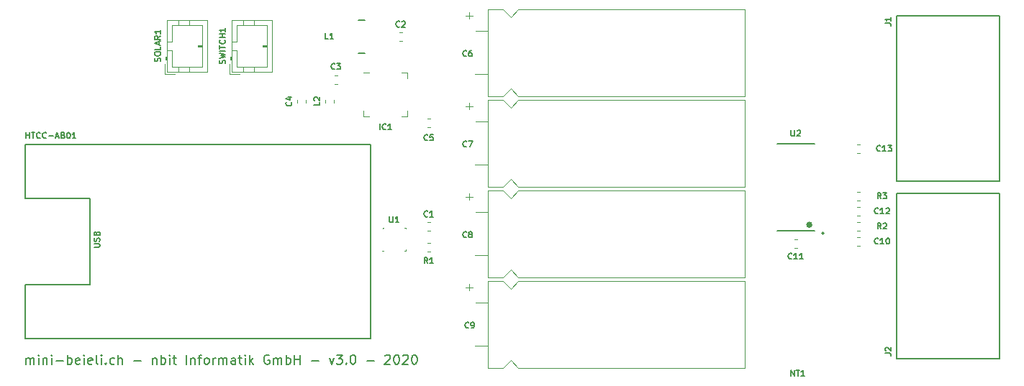
<source format=gto>
G04 #@! TF.GenerationSoftware,KiCad,Pcbnew,5.1.6-1.fc32*
G04 #@! TF.CreationDate,2020-09-08T16:35:37+02:00*
G04 #@! TF.ProjectId,mini-beieli-pcb-cubecell,6d696e69-2d62-4656-9965-6c692d706362,rev?*
G04 #@! TF.SameCoordinates,Original*
G04 #@! TF.FileFunction,Legend,Top*
G04 #@! TF.FilePolarity,Positive*
%FSLAX46Y46*%
G04 Gerber Fmt 4.6, Leading zero omitted, Abs format (unit mm)*
G04 Created by KiCad (PCBNEW 5.1.6-1.fc32) date 2020-09-08 16:35:37*
%MOMM*%
%LPD*%
G01*
G04 APERTURE LIST*
%ADD10C,0.200000*%
%ADD11C,0.127000*%
%ADD12C,0.100000*%
%ADD13C,0.120000*%
%ADD14C,0.300000*%
%ADD15C,0.152400*%
%ADD16C,0.150000*%
G04 APERTURE END LIST*
D10*
X42562952Y-77967619D02*
X42562952Y-77234285D01*
X42562952Y-77339047D02*
X42615333Y-77286666D01*
X42720095Y-77234285D01*
X42877238Y-77234285D01*
X42982000Y-77286666D01*
X43034380Y-77391428D01*
X43034380Y-77967619D01*
X43034380Y-77391428D02*
X43086761Y-77286666D01*
X43191523Y-77234285D01*
X43348666Y-77234285D01*
X43453428Y-77286666D01*
X43505809Y-77391428D01*
X43505809Y-77967619D01*
X44029619Y-77967619D02*
X44029619Y-77234285D01*
X44029619Y-76867619D02*
X43977238Y-76920000D01*
X44029619Y-76972380D01*
X44082000Y-76920000D01*
X44029619Y-76867619D01*
X44029619Y-76972380D01*
X44553428Y-77234285D02*
X44553428Y-77967619D01*
X44553428Y-77339047D02*
X44605809Y-77286666D01*
X44710571Y-77234285D01*
X44867714Y-77234285D01*
X44972476Y-77286666D01*
X45024857Y-77391428D01*
X45024857Y-77967619D01*
X45548666Y-77967619D02*
X45548666Y-77234285D01*
X45548666Y-76867619D02*
X45496285Y-76920000D01*
X45548666Y-76972380D01*
X45601047Y-76920000D01*
X45548666Y-76867619D01*
X45548666Y-76972380D01*
X46072476Y-77548571D02*
X46910571Y-77548571D01*
X47434380Y-77967619D02*
X47434380Y-76867619D01*
X47434380Y-77286666D02*
X47539142Y-77234285D01*
X47748666Y-77234285D01*
X47853428Y-77286666D01*
X47905809Y-77339047D01*
X47958190Y-77443809D01*
X47958190Y-77758095D01*
X47905809Y-77862857D01*
X47853428Y-77915238D01*
X47748666Y-77967619D01*
X47539142Y-77967619D01*
X47434380Y-77915238D01*
X48848666Y-77915238D02*
X48743904Y-77967619D01*
X48534380Y-77967619D01*
X48429619Y-77915238D01*
X48377238Y-77810476D01*
X48377238Y-77391428D01*
X48429619Y-77286666D01*
X48534380Y-77234285D01*
X48743904Y-77234285D01*
X48848666Y-77286666D01*
X48901047Y-77391428D01*
X48901047Y-77496190D01*
X48377238Y-77600952D01*
X49372476Y-77967619D02*
X49372476Y-77234285D01*
X49372476Y-76867619D02*
X49320095Y-76920000D01*
X49372476Y-76972380D01*
X49424857Y-76920000D01*
X49372476Y-76867619D01*
X49372476Y-76972380D01*
X50315333Y-77915238D02*
X50210571Y-77967619D01*
X50001047Y-77967619D01*
X49896285Y-77915238D01*
X49843904Y-77810476D01*
X49843904Y-77391428D01*
X49896285Y-77286666D01*
X50001047Y-77234285D01*
X50210571Y-77234285D01*
X50315333Y-77286666D01*
X50367714Y-77391428D01*
X50367714Y-77496190D01*
X49843904Y-77600952D01*
X50996285Y-77967619D02*
X50891523Y-77915238D01*
X50839142Y-77810476D01*
X50839142Y-76867619D01*
X51415333Y-77967619D02*
X51415333Y-77234285D01*
X51415333Y-76867619D02*
X51362952Y-76920000D01*
X51415333Y-76972380D01*
X51467714Y-76920000D01*
X51415333Y-76867619D01*
X51415333Y-76972380D01*
X51939142Y-77862857D02*
X51991523Y-77915238D01*
X51939142Y-77967619D01*
X51886761Y-77915238D01*
X51939142Y-77862857D01*
X51939142Y-77967619D01*
X52934380Y-77915238D02*
X52829619Y-77967619D01*
X52620095Y-77967619D01*
X52515333Y-77915238D01*
X52462952Y-77862857D01*
X52410571Y-77758095D01*
X52410571Y-77443809D01*
X52462952Y-77339047D01*
X52515333Y-77286666D01*
X52620095Y-77234285D01*
X52829619Y-77234285D01*
X52934380Y-77286666D01*
X53405809Y-77967619D02*
X53405809Y-76867619D01*
X53877238Y-77967619D02*
X53877238Y-77391428D01*
X53824857Y-77286666D01*
X53720095Y-77234285D01*
X53562952Y-77234285D01*
X53458190Y-77286666D01*
X53405809Y-77339047D01*
X55239142Y-77548571D02*
X56077238Y-77548571D01*
X57439142Y-77234285D02*
X57439142Y-77967619D01*
X57439142Y-77339047D02*
X57491523Y-77286666D01*
X57596285Y-77234285D01*
X57753428Y-77234285D01*
X57858190Y-77286666D01*
X57910571Y-77391428D01*
X57910571Y-77967619D01*
X58434380Y-77967619D02*
X58434380Y-76867619D01*
X58434380Y-77286666D02*
X58539142Y-77234285D01*
X58748666Y-77234285D01*
X58853428Y-77286666D01*
X58905809Y-77339047D01*
X58958190Y-77443809D01*
X58958190Y-77758095D01*
X58905809Y-77862857D01*
X58853428Y-77915238D01*
X58748666Y-77967619D01*
X58539142Y-77967619D01*
X58434380Y-77915238D01*
X59429619Y-77967619D02*
X59429619Y-77234285D01*
X59429619Y-76867619D02*
X59377238Y-76920000D01*
X59429619Y-76972380D01*
X59482000Y-76920000D01*
X59429619Y-76867619D01*
X59429619Y-76972380D01*
X59796285Y-77234285D02*
X60215333Y-77234285D01*
X59953428Y-76867619D02*
X59953428Y-77810476D01*
X60005809Y-77915238D01*
X60110571Y-77967619D01*
X60215333Y-77967619D01*
X61420095Y-77967619D02*
X61420095Y-76867619D01*
X61943904Y-77234285D02*
X61943904Y-77967619D01*
X61943904Y-77339047D02*
X61996285Y-77286666D01*
X62101047Y-77234285D01*
X62258190Y-77234285D01*
X62362952Y-77286666D01*
X62415333Y-77391428D01*
X62415333Y-77967619D01*
X62782000Y-77234285D02*
X63201047Y-77234285D01*
X62939142Y-77967619D02*
X62939142Y-77024761D01*
X62991523Y-76920000D01*
X63096285Y-76867619D01*
X63201047Y-76867619D01*
X63724857Y-77967619D02*
X63620095Y-77915238D01*
X63567714Y-77862857D01*
X63515333Y-77758095D01*
X63515333Y-77443809D01*
X63567714Y-77339047D01*
X63620095Y-77286666D01*
X63724857Y-77234285D01*
X63882000Y-77234285D01*
X63986761Y-77286666D01*
X64039142Y-77339047D01*
X64091523Y-77443809D01*
X64091523Y-77758095D01*
X64039142Y-77862857D01*
X63986761Y-77915238D01*
X63882000Y-77967619D01*
X63724857Y-77967619D01*
X64562952Y-77967619D02*
X64562952Y-77234285D01*
X64562952Y-77443809D02*
X64615333Y-77339047D01*
X64667714Y-77286666D01*
X64772476Y-77234285D01*
X64877238Y-77234285D01*
X65243904Y-77967619D02*
X65243904Y-77234285D01*
X65243904Y-77339047D02*
X65296285Y-77286666D01*
X65401047Y-77234285D01*
X65558190Y-77234285D01*
X65662952Y-77286666D01*
X65715333Y-77391428D01*
X65715333Y-77967619D01*
X65715333Y-77391428D02*
X65767714Y-77286666D01*
X65872476Y-77234285D01*
X66029619Y-77234285D01*
X66134380Y-77286666D01*
X66186761Y-77391428D01*
X66186761Y-77967619D01*
X67182000Y-77967619D02*
X67182000Y-77391428D01*
X67129619Y-77286666D01*
X67024857Y-77234285D01*
X66815333Y-77234285D01*
X66710571Y-77286666D01*
X67182000Y-77915238D02*
X67077238Y-77967619D01*
X66815333Y-77967619D01*
X66710571Y-77915238D01*
X66658190Y-77810476D01*
X66658190Y-77705714D01*
X66710571Y-77600952D01*
X66815333Y-77548571D01*
X67077238Y-77548571D01*
X67182000Y-77496190D01*
X67548666Y-77234285D02*
X67967714Y-77234285D01*
X67705809Y-76867619D02*
X67705809Y-77810476D01*
X67758190Y-77915238D01*
X67862952Y-77967619D01*
X67967714Y-77967619D01*
X68334380Y-77967619D02*
X68334380Y-77234285D01*
X68334380Y-76867619D02*
X68282000Y-76920000D01*
X68334380Y-76972380D01*
X68386761Y-76920000D01*
X68334380Y-76867619D01*
X68334380Y-76972380D01*
X68858190Y-77967619D02*
X68858190Y-76867619D01*
X68962952Y-77548571D02*
X69277238Y-77967619D01*
X69277238Y-77234285D02*
X68858190Y-77653333D01*
X71162952Y-76920000D02*
X71058190Y-76867619D01*
X70901047Y-76867619D01*
X70743904Y-76920000D01*
X70639142Y-77024761D01*
X70586761Y-77129523D01*
X70534380Y-77339047D01*
X70534380Y-77496190D01*
X70586761Y-77705714D01*
X70639142Y-77810476D01*
X70743904Y-77915238D01*
X70901047Y-77967619D01*
X71005809Y-77967619D01*
X71162952Y-77915238D01*
X71215333Y-77862857D01*
X71215333Y-77496190D01*
X71005809Y-77496190D01*
X71686761Y-77967619D02*
X71686761Y-77234285D01*
X71686761Y-77339047D02*
X71739142Y-77286666D01*
X71843904Y-77234285D01*
X72001047Y-77234285D01*
X72105809Y-77286666D01*
X72158190Y-77391428D01*
X72158190Y-77967619D01*
X72158190Y-77391428D02*
X72210571Y-77286666D01*
X72315333Y-77234285D01*
X72472476Y-77234285D01*
X72577238Y-77286666D01*
X72629619Y-77391428D01*
X72629619Y-77967619D01*
X73153428Y-77967619D02*
X73153428Y-76867619D01*
X73153428Y-77286666D02*
X73258190Y-77234285D01*
X73467714Y-77234285D01*
X73572476Y-77286666D01*
X73624857Y-77339047D01*
X73677238Y-77443809D01*
X73677238Y-77758095D01*
X73624857Y-77862857D01*
X73572476Y-77915238D01*
X73467714Y-77967619D01*
X73258190Y-77967619D01*
X73153428Y-77915238D01*
X74148666Y-77967619D02*
X74148666Y-76867619D01*
X74148666Y-77391428D02*
X74777238Y-77391428D01*
X74777238Y-77967619D02*
X74777238Y-76867619D01*
X76139142Y-77548571D02*
X76977238Y-77548571D01*
X78234380Y-77234285D02*
X78496285Y-77967619D01*
X78758190Y-77234285D01*
X79072476Y-76867619D02*
X79753428Y-76867619D01*
X79386761Y-77286666D01*
X79543904Y-77286666D01*
X79648666Y-77339047D01*
X79701047Y-77391428D01*
X79753428Y-77496190D01*
X79753428Y-77758095D01*
X79701047Y-77862857D01*
X79648666Y-77915238D01*
X79543904Y-77967619D01*
X79229619Y-77967619D01*
X79124857Y-77915238D01*
X79072476Y-77862857D01*
X80224857Y-77862857D02*
X80277238Y-77915238D01*
X80224857Y-77967619D01*
X80172476Y-77915238D01*
X80224857Y-77862857D01*
X80224857Y-77967619D01*
X80958190Y-76867619D02*
X81062952Y-76867619D01*
X81167714Y-76920000D01*
X81220095Y-76972380D01*
X81272476Y-77077142D01*
X81324857Y-77286666D01*
X81324857Y-77548571D01*
X81272476Y-77758095D01*
X81220095Y-77862857D01*
X81167714Y-77915238D01*
X81062952Y-77967619D01*
X80958190Y-77967619D01*
X80853428Y-77915238D01*
X80801047Y-77862857D01*
X80748666Y-77758095D01*
X80696285Y-77548571D01*
X80696285Y-77286666D01*
X80748666Y-77077142D01*
X80801047Y-76972380D01*
X80853428Y-76920000D01*
X80958190Y-76867619D01*
X82634380Y-77548571D02*
X83472476Y-77548571D01*
X84782000Y-76972380D02*
X84834380Y-76920000D01*
X84939142Y-76867619D01*
X85201047Y-76867619D01*
X85305809Y-76920000D01*
X85358190Y-76972380D01*
X85410571Y-77077142D01*
X85410571Y-77181904D01*
X85358190Y-77339047D01*
X84729619Y-77967619D01*
X85410571Y-77967619D01*
X86091523Y-76867619D02*
X86196285Y-76867619D01*
X86301047Y-76920000D01*
X86353428Y-76972380D01*
X86405809Y-77077142D01*
X86458190Y-77286666D01*
X86458190Y-77548571D01*
X86405809Y-77758095D01*
X86353428Y-77862857D01*
X86301047Y-77915238D01*
X86196285Y-77967619D01*
X86091523Y-77967619D01*
X85986761Y-77915238D01*
X85934380Y-77862857D01*
X85882000Y-77758095D01*
X85829619Y-77548571D01*
X85829619Y-77286666D01*
X85882000Y-77077142D01*
X85934380Y-76972380D01*
X85986761Y-76920000D01*
X86091523Y-76867619D01*
X86877238Y-76972380D02*
X86929619Y-76920000D01*
X87034380Y-76867619D01*
X87296285Y-76867619D01*
X87401047Y-76920000D01*
X87453428Y-76972380D01*
X87505809Y-77077142D01*
X87505809Y-77181904D01*
X87453428Y-77339047D01*
X86824857Y-77967619D01*
X87505809Y-77967619D01*
X88186761Y-76867619D02*
X88291523Y-76867619D01*
X88396285Y-76920000D01*
X88448666Y-76972380D01*
X88501047Y-77077142D01*
X88553428Y-77286666D01*
X88553428Y-77548571D01*
X88501047Y-77758095D01*
X88448666Y-77862857D01*
X88396285Y-77915238D01*
X88291523Y-77967619D01*
X88186761Y-77967619D01*
X88082000Y-77915238D01*
X88029619Y-77862857D01*
X87977238Y-77758095D01*
X87924857Y-77548571D01*
X87924857Y-77286666D01*
X87977238Y-77077142D01*
X88029619Y-76972380D01*
X88082000Y-76920000D01*
X88186761Y-76867619D01*
D11*
X83058000Y-74930000D02*
X83058000Y-52070000D01*
X83058000Y-52070000D02*
X42418000Y-52070000D01*
X42418000Y-68580000D02*
X42418000Y-74930000D01*
X42418000Y-58420000D02*
X50038000Y-58420000D01*
X50038000Y-58420000D02*
X50038000Y-68580000D01*
X42418000Y-74930000D02*
X83058000Y-74930000D01*
X50038000Y-68580000D02*
X42418000Y-68580000D01*
X42418000Y-52070000D02*
X42418000Y-58420000D01*
X144995000Y-57865000D02*
X157045000Y-57865000D01*
X144995000Y-77365000D02*
X144995000Y-57865000D01*
X157045000Y-77365000D02*
X144995000Y-77365000D01*
X157045000Y-57865000D02*
X157045000Y-77365000D01*
D12*
X87212000Y-64596000D02*
X87212000Y-64446000D01*
X87202000Y-64596000D02*
X87052000Y-64596000D01*
X87202000Y-61896000D02*
X87052000Y-61896000D01*
X87202000Y-61896000D02*
X87202000Y-62046000D01*
X84502000Y-62046000D02*
X84502000Y-61896000D01*
X84502000Y-61896000D02*
X84652000Y-61896000D01*
X84652000Y-64596000D02*
X84402000Y-64596000D01*
D13*
X89753221Y-63722000D02*
X90078779Y-63722000D01*
X89753221Y-64742000D02*
X90078779Y-64742000D01*
X89753221Y-61212000D02*
X90078779Y-61212000D01*
X89753221Y-62232000D02*
X90078779Y-62232000D01*
X94280000Y-68906000D02*
X95080000Y-68906000D01*
X94680000Y-68506000D02*
X94680000Y-69306000D01*
X96860000Y-68186000D02*
X96860000Y-78426000D01*
X127100000Y-68186000D02*
X127100000Y-78426000D01*
X96860000Y-68186000D02*
X98660000Y-68186000D01*
X98660000Y-68186000D02*
X99560000Y-69086000D01*
X99560000Y-69086000D02*
X100460000Y-68186000D01*
X100460000Y-68186000D02*
X127100000Y-68186000D01*
X96860000Y-78426000D02*
X98660000Y-78426000D01*
X98660000Y-78426000D02*
X99560000Y-77526000D01*
X99560000Y-77526000D02*
X100460000Y-78426000D01*
X100460000Y-78426000D02*
X127100000Y-78426000D01*
X95420000Y-70766000D02*
X96860000Y-70766000D01*
X95400000Y-75846000D02*
X96840000Y-75846000D01*
X94280000Y-58238000D02*
X95080000Y-58238000D01*
X94680000Y-57838000D02*
X94680000Y-58638000D01*
X96860000Y-57518000D02*
X96860000Y-67758000D01*
X127100000Y-57518000D02*
X127100000Y-67758000D01*
X96860000Y-57518000D02*
X98660000Y-57518000D01*
X98660000Y-57518000D02*
X99560000Y-58418000D01*
X99560000Y-58418000D02*
X100460000Y-57518000D01*
X100460000Y-57518000D02*
X127100000Y-57518000D01*
X96860000Y-67758000D02*
X98660000Y-67758000D01*
X98660000Y-67758000D02*
X99560000Y-66858000D01*
X99560000Y-66858000D02*
X100460000Y-67758000D01*
X100460000Y-67758000D02*
X127100000Y-67758000D01*
X95420000Y-60098000D02*
X96860000Y-60098000D01*
X95400000Y-65178000D02*
X96840000Y-65178000D01*
X94280000Y-47570000D02*
X95080000Y-47570000D01*
X94680000Y-47170000D02*
X94680000Y-47970000D01*
X96860000Y-46850000D02*
X96860000Y-57090000D01*
X127100000Y-46850000D02*
X127100000Y-57090000D01*
X96860000Y-46850000D02*
X98660000Y-46850000D01*
X98660000Y-46850000D02*
X99560000Y-47750000D01*
X99560000Y-47750000D02*
X100460000Y-46850000D01*
X100460000Y-46850000D02*
X127100000Y-46850000D01*
X96860000Y-57090000D02*
X98660000Y-57090000D01*
X98660000Y-57090000D02*
X99560000Y-56190000D01*
X99560000Y-56190000D02*
X100460000Y-57090000D01*
X100460000Y-57090000D02*
X127100000Y-57090000D01*
X95420000Y-49430000D02*
X96860000Y-49430000D01*
X95400000Y-54510000D02*
X96840000Y-54510000D01*
X94280000Y-36902000D02*
X95080000Y-36902000D01*
X94680000Y-36502000D02*
X94680000Y-37302000D01*
X96860000Y-36182000D02*
X96860000Y-46422000D01*
X127100000Y-36182000D02*
X127100000Y-46422000D01*
X96860000Y-36182000D02*
X98660000Y-36182000D01*
X98660000Y-36182000D02*
X99560000Y-37082000D01*
X99560000Y-37082000D02*
X100460000Y-36182000D01*
X100460000Y-36182000D02*
X127100000Y-36182000D01*
X96860000Y-46422000D02*
X98660000Y-46422000D01*
X98660000Y-46422000D02*
X99560000Y-45522000D01*
X99560000Y-45522000D02*
X100460000Y-46422000D01*
X100460000Y-46422000D02*
X127100000Y-46422000D01*
X95420000Y-38762000D02*
X96860000Y-38762000D01*
X95400000Y-43842000D02*
X96840000Y-43842000D01*
X77722000Y-47152779D02*
X77722000Y-46827221D01*
X78742000Y-47152779D02*
X78742000Y-46827221D01*
D11*
X82442000Y-41320000D02*
X81642000Y-41320000D01*
X82442000Y-37420000D02*
X81642000Y-37420000D01*
D14*
X134896000Y-61550000D02*
G75*
G03*
X134896000Y-61550000I-200000J0D01*
G01*
D10*
X136396000Y-62550000D02*
G75*
G03*
X136396000Y-62550000I-100000J0D01*
G01*
X130896000Y-52000000D02*
X135296000Y-52000000D01*
X135296000Y-62300000D02*
X130896000Y-62300000D01*
D13*
X66770000Y-43540000D02*
X71490000Y-43540000D01*
X71490000Y-43540000D02*
X71490000Y-37420000D01*
X71490000Y-37420000D02*
X66770000Y-37420000D01*
X66770000Y-37420000D02*
X66770000Y-43540000D01*
X66770000Y-41780000D02*
X66570000Y-41780000D01*
X66570000Y-41780000D02*
X66570000Y-42080000D01*
X66570000Y-42080000D02*
X66770000Y-42080000D01*
X66670000Y-41780000D02*
X66670000Y-42080000D01*
X66770000Y-40980000D02*
X67380000Y-40980000D01*
X67380000Y-40980000D02*
X67380000Y-42930000D01*
X67380000Y-42930000D02*
X70880000Y-42930000D01*
X70880000Y-42930000D02*
X70880000Y-38030000D01*
X70880000Y-38030000D02*
X67380000Y-38030000D01*
X67380000Y-38030000D02*
X67380000Y-39980000D01*
X67380000Y-39980000D02*
X66770000Y-39980000D01*
X68080000Y-43540000D02*
X68080000Y-42930000D01*
X69380000Y-43540000D02*
X69380000Y-42930000D01*
X68080000Y-37420000D02*
X68080000Y-38030000D01*
X69380000Y-37420000D02*
X69380000Y-38030000D01*
X70880000Y-40580000D02*
X70380000Y-40580000D01*
X70380000Y-40580000D02*
X70380000Y-40380000D01*
X70380000Y-40380000D02*
X70880000Y-40380000D01*
X70880000Y-40480000D02*
X70380000Y-40480000D01*
X66470000Y-42590000D02*
X66470000Y-43840000D01*
X66470000Y-43840000D02*
X67720000Y-43840000D01*
X59150000Y-43540000D02*
X63870000Y-43540000D01*
X63870000Y-43540000D02*
X63870000Y-37420000D01*
X63870000Y-37420000D02*
X59150000Y-37420000D01*
X59150000Y-37420000D02*
X59150000Y-43540000D01*
X59150000Y-41780000D02*
X58950000Y-41780000D01*
X58950000Y-41780000D02*
X58950000Y-42080000D01*
X58950000Y-42080000D02*
X59150000Y-42080000D01*
X59050000Y-41780000D02*
X59050000Y-42080000D01*
X59150000Y-40980000D02*
X59760000Y-40980000D01*
X59760000Y-40980000D02*
X59760000Y-42930000D01*
X59760000Y-42930000D02*
X63260000Y-42930000D01*
X63260000Y-42930000D02*
X63260000Y-38030000D01*
X63260000Y-38030000D02*
X59760000Y-38030000D01*
X59760000Y-38030000D02*
X59760000Y-39980000D01*
X59760000Y-39980000D02*
X59150000Y-39980000D01*
X60460000Y-43540000D02*
X60460000Y-42930000D01*
X61760000Y-43540000D02*
X61760000Y-42930000D01*
X60460000Y-37420000D02*
X60460000Y-38030000D01*
X61760000Y-37420000D02*
X61760000Y-38030000D01*
X63260000Y-40580000D02*
X62760000Y-40580000D01*
X62760000Y-40580000D02*
X62760000Y-40380000D01*
X62760000Y-40380000D02*
X63260000Y-40380000D01*
X63260000Y-40480000D02*
X62760000Y-40480000D01*
X58850000Y-42590000D02*
X58850000Y-43840000D01*
X58850000Y-43840000D02*
X60100000Y-43840000D01*
X140299221Y-57656000D02*
X140624779Y-57656000D01*
X140299221Y-58676000D02*
X140624779Y-58676000D01*
X140299221Y-61212000D02*
X140624779Y-61212000D01*
X140299221Y-62232000D02*
X140624779Y-62232000D01*
D11*
X144995000Y-36910000D02*
X157045000Y-36910000D01*
X144995000Y-56410000D02*
X144995000Y-36910000D01*
X157045000Y-56410000D02*
X144995000Y-56410000D01*
X157045000Y-36910000D02*
X157045000Y-56410000D01*
D13*
X86721000Y-43618000D02*
X87446000Y-43618000D01*
X87446000Y-43618000D02*
X87446000Y-44343000D01*
X82951000Y-48838000D02*
X82226000Y-48838000D01*
X82226000Y-48838000D02*
X82226000Y-48113000D01*
X86721000Y-48838000D02*
X87446000Y-48838000D01*
X87446000Y-48838000D02*
X87446000Y-48113000D01*
X82951000Y-43618000D02*
X82226000Y-43618000D01*
X140299221Y-52068000D02*
X140624779Y-52068000D01*
X140299221Y-53088000D02*
X140624779Y-53088000D01*
X140299221Y-59434000D02*
X140624779Y-59434000D01*
X140299221Y-60454000D02*
X140624779Y-60454000D01*
X132933221Y-63244000D02*
X133258779Y-63244000D01*
X132933221Y-64264000D02*
X133258779Y-64264000D01*
X140299221Y-62990000D02*
X140624779Y-62990000D01*
X140299221Y-64010000D02*
X140624779Y-64010000D01*
X89753221Y-49020000D02*
X90078779Y-49020000D01*
X89753221Y-50040000D02*
X90078779Y-50040000D01*
X74420000Y-47152779D02*
X74420000Y-46827221D01*
X75440000Y-47152779D02*
X75440000Y-46827221D01*
X79156779Y-44960000D02*
X78831221Y-44960000D01*
X79156779Y-43940000D02*
X78831221Y-43940000D01*
X86451221Y-38860000D02*
X86776779Y-38860000D01*
X86451221Y-39880000D02*
X86776779Y-39880000D01*
D11*
X42549333Y-51370666D02*
X42549333Y-50670666D01*
X42549333Y-51004000D02*
X42949333Y-51004000D01*
X42949333Y-51370666D02*
X42949333Y-50670666D01*
X43182666Y-50670666D02*
X43582666Y-50670666D01*
X43382666Y-51370666D02*
X43382666Y-50670666D01*
X44216000Y-51304000D02*
X44182666Y-51337333D01*
X44082666Y-51370666D01*
X44016000Y-51370666D01*
X43916000Y-51337333D01*
X43849333Y-51270666D01*
X43816000Y-51204000D01*
X43782666Y-51070666D01*
X43782666Y-50970666D01*
X43816000Y-50837333D01*
X43849333Y-50770666D01*
X43916000Y-50704000D01*
X44016000Y-50670666D01*
X44082666Y-50670666D01*
X44182666Y-50704000D01*
X44216000Y-50737333D01*
X44916000Y-51304000D02*
X44882666Y-51337333D01*
X44782666Y-51370666D01*
X44716000Y-51370666D01*
X44616000Y-51337333D01*
X44549333Y-51270666D01*
X44516000Y-51204000D01*
X44482666Y-51070666D01*
X44482666Y-50970666D01*
X44516000Y-50837333D01*
X44549333Y-50770666D01*
X44616000Y-50704000D01*
X44716000Y-50670666D01*
X44782666Y-50670666D01*
X44882666Y-50704000D01*
X44916000Y-50737333D01*
X45216000Y-51104000D02*
X45749333Y-51104000D01*
X46049333Y-51170666D02*
X46382666Y-51170666D01*
X45982666Y-51370666D02*
X46216000Y-50670666D01*
X46449333Y-51370666D01*
X46916000Y-51004000D02*
X47016000Y-51037333D01*
X47049333Y-51070666D01*
X47082666Y-51137333D01*
X47082666Y-51237333D01*
X47049333Y-51304000D01*
X47016000Y-51337333D01*
X46949333Y-51370666D01*
X46682666Y-51370666D01*
X46682666Y-50670666D01*
X46916000Y-50670666D01*
X46982666Y-50704000D01*
X47016000Y-50737333D01*
X47049333Y-50804000D01*
X47049333Y-50870666D01*
X47016000Y-50937333D01*
X46982666Y-50970666D01*
X46916000Y-51004000D01*
X46682666Y-51004000D01*
X47516000Y-50670666D02*
X47582666Y-50670666D01*
X47649333Y-50704000D01*
X47682666Y-50737333D01*
X47716000Y-50804000D01*
X47749333Y-50937333D01*
X47749333Y-51104000D01*
X47716000Y-51237333D01*
X47682666Y-51304000D01*
X47649333Y-51337333D01*
X47582666Y-51370666D01*
X47516000Y-51370666D01*
X47449333Y-51337333D01*
X47416000Y-51304000D01*
X47382666Y-51237333D01*
X47349333Y-51104000D01*
X47349333Y-50937333D01*
X47382666Y-50804000D01*
X47416000Y-50737333D01*
X47449333Y-50704000D01*
X47516000Y-50670666D01*
X48416000Y-51370666D02*
X48016000Y-51370666D01*
X48216000Y-51370666D02*
X48216000Y-50670666D01*
X48149333Y-50770666D01*
X48082666Y-50837333D01*
X48016000Y-50870666D01*
D15*
X50538666Y-64188333D02*
X51105333Y-64188333D01*
X51172000Y-64155000D01*
X51205333Y-64121666D01*
X51238666Y-64055000D01*
X51238666Y-63921666D01*
X51205333Y-63855000D01*
X51172000Y-63821666D01*
X51105333Y-63788333D01*
X50538666Y-63788333D01*
X51205333Y-63488333D02*
X51238666Y-63388333D01*
X51238666Y-63221666D01*
X51205333Y-63155000D01*
X51172000Y-63121666D01*
X51105333Y-63088333D01*
X51038666Y-63088333D01*
X50972000Y-63121666D01*
X50938666Y-63155000D01*
X50905333Y-63221666D01*
X50872000Y-63355000D01*
X50838666Y-63421666D01*
X50805333Y-63455000D01*
X50738666Y-63488333D01*
X50672000Y-63488333D01*
X50605333Y-63455000D01*
X50572000Y-63421666D01*
X50538666Y-63355000D01*
X50538666Y-63188333D01*
X50572000Y-63088333D01*
X50872000Y-62555000D02*
X50905333Y-62455000D01*
X50938666Y-62421666D01*
X51005333Y-62388333D01*
X51105333Y-62388333D01*
X51172000Y-62421666D01*
X51205333Y-62455000D01*
X51238666Y-62521666D01*
X51238666Y-62788333D01*
X50538666Y-62788333D01*
X50538666Y-62555000D01*
X50572000Y-62488333D01*
X50605333Y-62455000D01*
X50672000Y-62421666D01*
X50738666Y-62421666D01*
X50805333Y-62455000D01*
X50838666Y-62488333D01*
X50872000Y-62555000D01*
X50872000Y-62788333D01*
D16*
X143634666Y-76687333D02*
X144134666Y-76687333D01*
X144234666Y-76720666D01*
X144301333Y-76787333D01*
X144334666Y-76887333D01*
X144334666Y-76954000D01*
X143701333Y-76387333D02*
X143668000Y-76354000D01*
X143634666Y-76287333D01*
X143634666Y-76120666D01*
X143668000Y-76054000D01*
X143701333Y-76020666D01*
X143768000Y-75987333D01*
X143834666Y-75987333D01*
X143934666Y-76020666D01*
X144334666Y-76420666D01*
X144334666Y-75987333D01*
X85318666Y-60576666D02*
X85318666Y-61143333D01*
X85352000Y-61210000D01*
X85385333Y-61243333D01*
X85452000Y-61276666D01*
X85585333Y-61276666D01*
X85652000Y-61243333D01*
X85685333Y-61210000D01*
X85718666Y-61143333D01*
X85718666Y-60576666D01*
X86418666Y-61276666D02*
X86018666Y-61276666D01*
X86218666Y-61276666D02*
X86218666Y-60576666D01*
X86152000Y-60676666D01*
X86085333Y-60743333D01*
X86018666Y-60776666D01*
X89799333Y-66102666D02*
X89566000Y-65769333D01*
X89399333Y-66102666D02*
X89399333Y-65402666D01*
X89666000Y-65402666D01*
X89732666Y-65436000D01*
X89766000Y-65469333D01*
X89799333Y-65536000D01*
X89799333Y-65636000D01*
X89766000Y-65702666D01*
X89732666Y-65736000D01*
X89666000Y-65769333D01*
X89399333Y-65769333D01*
X90466000Y-66102666D02*
X90066000Y-66102666D01*
X90266000Y-66102666D02*
X90266000Y-65402666D01*
X90199333Y-65502666D01*
X90132666Y-65569333D01*
X90066000Y-65602666D01*
X89799333Y-60542000D02*
X89766000Y-60575333D01*
X89666000Y-60608666D01*
X89599333Y-60608666D01*
X89499333Y-60575333D01*
X89432666Y-60508666D01*
X89399333Y-60442000D01*
X89366000Y-60308666D01*
X89366000Y-60208666D01*
X89399333Y-60075333D01*
X89432666Y-60008666D01*
X89499333Y-59942000D01*
X89599333Y-59908666D01*
X89666000Y-59908666D01*
X89766000Y-59942000D01*
X89799333Y-59975333D01*
X90466000Y-60608666D02*
X90066000Y-60608666D01*
X90266000Y-60608666D02*
X90266000Y-59908666D01*
X90199333Y-60008666D01*
X90132666Y-60075333D01*
X90066000Y-60108666D01*
X94625333Y-73656000D02*
X94592000Y-73689333D01*
X94492000Y-73722666D01*
X94425333Y-73722666D01*
X94325333Y-73689333D01*
X94258666Y-73622666D01*
X94225333Y-73556000D01*
X94192000Y-73422666D01*
X94192000Y-73322666D01*
X94225333Y-73189333D01*
X94258666Y-73122666D01*
X94325333Y-73056000D01*
X94425333Y-73022666D01*
X94492000Y-73022666D01*
X94592000Y-73056000D01*
X94625333Y-73089333D01*
X94958666Y-73722666D02*
X95092000Y-73722666D01*
X95158666Y-73689333D01*
X95192000Y-73656000D01*
X95258666Y-73556000D01*
X95292000Y-73422666D01*
X95292000Y-73156000D01*
X95258666Y-73089333D01*
X95225333Y-73056000D01*
X95158666Y-73022666D01*
X95025333Y-73022666D01*
X94958666Y-73056000D01*
X94925333Y-73089333D01*
X94892000Y-73156000D01*
X94892000Y-73322666D01*
X94925333Y-73389333D01*
X94958666Y-73422666D01*
X95025333Y-73456000D01*
X95158666Y-73456000D01*
X95225333Y-73422666D01*
X95258666Y-73389333D01*
X95292000Y-73322666D01*
X94371333Y-62988000D02*
X94338000Y-63021333D01*
X94238000Y-63054666D01*
X94171333Y-63054666D01*
X94071333Y-63021333D01*
X94004666Y-62954666D01*
X93971333Y-62888000D01*
X93938000Y-62754666D01*
X93938000Y-62654666D01*
X93971333Y-62521333D01*
X94004666Y-62454666D01*
X94071333Y-62388000D01*
X94171333Y-62354666D01*
X94238000Y-62354666D01*
X94338000Y-62388000D01*
X94371333Y-62421333D01*
X94771333Y-62654666D02*
X94704666Y-62621333D01*
X94671333Y-62588000D01*
X94638000Y-62521333D01*
X94638000Y-62488000D01*
X94671333Y-62421333D01*
X94704666Y-62388000D01*
X94771333Y-62354666D01*
X94904666Y-62354666D01*
X94971333Y-62388000D01*
X95004666Y-62421333D01*
X95038000Y-62488000D01*
X95038000Y-62521333D01*
X95004666Y-62588000D01*
X94971333Y-62621333D01*
X94904666Y-62654666D01*
X94771333Y-62654666D01*
X94704666Y-62688000D01*
X94671333Y-62721333D01*
X94638000Y-62788000D01*
X94638000Y-62921333D01*
X94671333Y-62988000D01*
X94704666Y-63021333D01*
X94771333Y-63054666D01*
X94904666Y-63054666D01*
X94971333Y-63021333D01*
X95004666Y-62988000D01*
X95038000Y-62921333D01*
X95038000Y-62788000D01*
X95004666Y-62721333D01*
X94971333Y-62688000D01*
X94904666Y-62654666D01*
X94371333Y-52320000D02*
X94338000Y-52353333D01*
X94238000Y-52386666D01*
X94171333Y-52386666D01*
X94071333Y-52353333D01*
X94004666Y-52286666D01*
X93971333Y-52220000D01*
X93938000Y-52086666D01*
X93938000Y-51986666D01*
X93971333Y-51853333D01*
X94004666Y-51786666D01*
X94071333Y-51720000D01*
X94171333Y-51686666D01*
X94238000Y-51686666D01*
X94338000Y-51720000D01*
X94371333Y-51753333D01*
X94604666Y-51686666D02*
X95071333Y-51686666D01*
X94771333Y-52386666D01*
X94371333Y-41652000D02*
X94338000Y-41685333D01*
X94238000Y-41718666D01*
X94171333Y-41718666D01*
X94071333Y-41685333D01*
X94004666Y-41618666D01*
X93971333Y-41552000D01*
X93938000Y-41418666D01*
X93938000Y-41318666D01*
X93971333Y-41185333D01*
X94004666Y-41118666D01*
X94071333Y-41052000D01*
X94171333Y-41018666D01*
X94238000Y-41018666D01*
X94338000Y-41052000D01*
X94371333Y-41085333D01*
X94971333Y-41018666D02*
X94838000Y-41018666D01*
X94771333Y-41052000D01*
X94738000Y-41085333D01*
X94671333Y-41185333D01*
X94638000Y-41318666D01*
X94638000Y-41585333D01*
X94671333Y-41652000D01*
X94704666Y-41685333D01*
X94771333Y-41718666D01*
X94904666Y-41718666D01*
X94971333Y-41685333D01*
X95004666Y-41652000D01*
X95038000Y-41585333D01*
X95038000Y-41418666D01*
X95004666Y-41352000D01*
X94971333Y-41318666D01*
X94904666Y-41285333D01*
X94771333Y-41285333D01*
X94704666Y-41318666D01*
X94671333Y-41352000D01*
X94638000Y-41418666D01*
X77118666Y-47106666D02*
X77118666Y-47440000D01*
X76418666Y-47440000D01*
X76485333Y-46906666D02*
X76452000Y-46873333D01*
X76418666Y-46806666D01*
X76418666Y-46640000D01*
X76452000Y-46573333D01*
X76485333Y-46540000D01*
X76552000Y-46506666D01*
X76618666Y-46506666D01*
X76718666Y-46540000D01*
X77118666Y-46940000D01*
X77118666Y-46506666D01*
X78115333Y-39686666D02*
X77782000Y-39686666D01*
X77782000Y-38986666D01*
X78715333Y-39686666D02*
X78315333Y-39686666D01*
X78515333Y-39686666D02*
X78515333Y-38986666D01*
X78448666Y-39086666D01*
X78382000Y-39153333D01*
X78315333Y-39186666D01*
X132562666Y-50416666D02*
X132562666Y-50983333D01*
X132596000Y-51050000D01*
X132629333Y-51083333D01*
X132696000Y-51116666D01*
X132829333Y-51116666D01*
X132896000Y-51083333D01*
X132929333Y-51050000D01*
X132962666Y-50983333D01*
X132962666Y-50416666D01*
X133262666Y-50483333D02*
X133296000Y-50450000D01*
X133362666Y-50416666D01*
X133529333Y-50416666D01*
X133596000Y-50450000D01*
X133629333Y-50483333D01*
X133662666Y-50550000D01*
X133662666Y-50616666D01*
X133629333Y-50716666D01*
X133229333Y-51116666D01*
X133662666Y-51116666D01*
X65963333Y-42563333D02*
X65996666Y-42463333D01*
X65996666Y-42296666D01*
X65963333Y-42230000D01*
X65930000Y-42196666D01*
X65863333Y-42163333D01*
X65796666Y-42163333D01*
X65730000Y-42196666D01*
X65696666Y-42230000D01*
X65663333Y-42296666D01*
X65630000Y-42430000D01*
X65596666Y-42496666D01*
X65563333Y-42530000D01*
X65496666Y-42563333D01*
X65430000Y-42563333D01*
X65363333Y-42530000D01*
X65330000Y-42496666D01*
X65296666Y-42430000D01*
X65296666Y-42263333D01*
X65330000Y-42163333D01*
X65296666Y-41930000D02*
X65996666Y-41763333D01*
X65496666Y-41630000D01*
X65996666Y-41496666D01*
X65296666Y-41330000D01*
X65996666Y-41063333D02*
X65296666Y-41063333D01*
X65296666Y-40830000D02*
X65296666Y-40430000D01*
X65996666Y-40630000D02*
X65296666Y-40630000D01*
X65930000Y-39796666D02*
X65963333Y-39830000D01*
X65996666Y-39930000D01*
X65996666Y-39996666D01*
X65963333Y-40096666D01*
X65896666Y-40163333D01*
X65830000Y-40196666D01*
X65696666Y-40230000D01*
X65596666Y-40230000D01*
X65463333Y-40196666D01*
X65396666Y-40163333D01*
X65330000Y-40096666D01*
X65296666Y-39996666D01*
X65296666Y-39930000D01*
X65330000Y-39830000D01*
X65363333Y-39796666D01*
X65996666Y-39496666D02*
X65296666Y-39496666D01*
X65630000Y-39496666D02*
X65630000Y-39096666D01*
X65996666Y-39096666D02*
X65296666Y-39096666D01*
X65996666Y-38396666D02*
X65996666Y-38796666D01*
X65996666Y-38596666D02*
X65296666Y-38596666D01*
X65396666Y-38663333D01*
X65463333Y-38730000D01*
X65496666Y-38796666D01*
X58343333Y-42313333D02*
X58376666Y-42213333D01*
X58376666Y-42046666D01*
X58343333Y-41980000D01*
X58310000Y-41946666D01*
X58243333Y-41913333D01*
X58176666Y-41913333D01*
X58110000Y-41946666D01*
X58076666Y-41980000D01*
X58043333Y-42046666D01*
X58010000Y-42180000D01*
X57976666Y-42246666D01*
X57943333Y-42280000D01*
X57876666Y-42313333D01*
X57810000Y-42313333D01*
X57743333Y-42280000D01*
X57710000Y-42246666D01*
X57676666Y-42180000D01*
X57676666Y-42013333D01*
X57710000Y-41913333D01*
X57676666Y-41480000D02*
X57676666Y-41346666D01*
X57710000Y-41280000D01*
X57776666Y-41213333D01*
X57910000Y-41180000D01*
X58143333Y-41180000D01*
X58276666Y-41213333D01*
X58343333Y-41280000D01*
X58376666Y-41346666D01*
X58376666Y-41480000D01*
X58343333Y-41546666D01*
X58276666Y-41613333D01*
X58143333Y-41646666D01*
X57910000Y-41646666D01*
X57776666Y-41613333D01*
X57710000Y-41546666D01*
X57676666Y-41480000D01*
X58376666Y-40546666D02*
X58376666Y-40880000D01*
X57676666Y-40880000D01*
X58176666Y-40346666D02*
X58176666Y-40013333D01*
X58376666Y-40413333D02*
X57676666Y-40180000D01*
X58376666Y-39946666D01*
X58376666Y-39313333D02*
X58043333Y-39546666D01*
X58376666Y-39713333D02*
X57676666Y-39713333D01*
X57676666Y-39446666D01*
X57710000Y-39380000D01*
X57743333Y-39346666D01*
X57810000Y-39313333D01*
X57910000Y-39313333D01*
X57976666Y-39346666D01*
X58010000Y-39380000D01*
X58043333Y-39446666D01*
X58043333Y-39713333D01*
X58376666Y-38646666D02*
X58376666Y-39046666D01*
X58376666Y-38846666D02*
X57676666Y-38846666D01*
X57776666Y-38913333D01*
X57843333Y-38980000D01*
X57876666Y-39046666D01*
X143139333Y-58482666D02*
X142906000Y-58149333D01*
X142739333Y-58482666D02*
X142739333Y-57782666D01*
X143006000Y-57782666D01*
X143072666Y-57816000D01*
X143106000Y-57849333D01*
X143139333Y-57916000D01*
X143139333Y-58016000D01*
X143106000Y-58082666D01*
X143072666Y-58116000D01*
X143006000Y-58149333D01*
X142739333Y-58149333D01*
X143372666Y-57782666D02*
X143806000Y-57782666D01*
X143572666Y-58049333D01*
X143672666Y-58049333D01*
X143739333Y-58082666D01*
X143772666Y-58116000D01*
X143806000Y-58182666D01*
X143806000Y-58349333D01*
X143772666Y-58416000D01*
X143739333Y-58449333D01*
X143672666Y-58482666D01*
X143472666Y-58482666D01*
X143406000Y-58449333D01*
X143372666Y-58416000D01*
X143139333Y-62038666D02*
X142906000Y-61705333D01*
X142739333Y-62038666D02*
X142739333Y-61338666D01*
X143006000Y-61338666D01*
X143072666Y-61372000D01*
X143106000Y-61405333D01*
X143139333Y-61472000D01*
X143139333Y-61572000D01*
X143106000Y-61638666D01*
X143072666Y-61672000D01*
X143006000Y-61705333D01*
X142739333Y-61705333D01*
X143406000Y-61405333D02*
X143439333Y-61372000D01*
X143506000Y-61338666D01*
X143672666Y-61338666D01*
X143739333Y-61372000D01*
X143772666Y-61405333D01*
X143806000Y-61472000D01*
X143806000Y-61538666D01*
X143772666Y-61638666D01*
X143372666Y-62038666D01*
X143806000Y-62038666D01*
X132520000Y-79386666D02*
X132520000Y-78686666D01*
X132920000Y-79386666D01*
X132920000Y-78686666D01*
X133153333Y-78686666D02*
X133553333Y-78686666D01*
X133353333Y-79386666D02*
X133353333Y-78686666D01*
X134153333Y-79386666D02*
X133753333Y-79386666D01*
X133953333Y-79386666D02*
X133953333Y-78686666D01*
X133886666Y-78786666D01*
X133820000Y-78853333D01*
X133753333Y-78886666D01*
X143634666Y-37825333D02*
X144134666Y-37825333D01*
X144234666Y-37858666D01*
X144301333Y-37925333D01*
X144334666Y-38025333D01*
X144334666Y-38092000D01*
X144334666Y-37125333D02*
X144334666Y-37525333D01*
X144334666Y-37325333D02*
X143634666Y-37325333D01*
X143734666Y-37392000D01*
X143801333Y-37458666D01*
X143834666Y-37525333D01*
X84152666Y-50354666D02*
X84152666Y-49654666D01*
X84886000Y-50288000D02*
X84852666Y-50321333D01*
X84752666Y-50354666D01*
X84686000Y-50354666D01*
X84586000Y-50321333D01*
X84519333Y-50254666D01*
X84486000Y-50188000D01*
X84452666Y-50054666D01*
X84452666Y-49954666D01*
X84486000Y-49821333D01*
X84519333Y-49754666D01*
X84586000Y-49688000D01*
X84686000Y-49654666D01*
X84752666Y-49654666D01*
X84852666Y-49688000D01*
X84886000Y-49721333D01*
X85552666Y-50354666D02*
X85152666Y-50354666D01*
X85352666Y-50354666D02*
X85352666Y-49654666D01*
X85286000Y-49754666D01*
X85219333Y-49821333D01*
X85152666Y-49854666D01*
X143060000Y-52828000D02*
X143026666Y-52861333D01*
X142926666Y-52894666D01*
X142860000Y-52894666D01*
X142760000Y-52861333D01*
X142693333Y-52794666D01*
X142660000Y-52728000D01*
X142626666Y-52594666D01*
X142626666Y-52494666D01*
X142660000Y-52361333D01*
X142693333Y-52294666D01*
X142760000Y-52228000D01*
X142860000Y-52194666D01*
X142926666Y-52194666D01*
X143026666Y-52228000D01*
X143060000Y-52261333D01*
X143726666Y-52894666D02*
X143326666Y-52894666D01*
X143526666Y-52894666D02*
X143526666Y-52194666D01*
X143460000Y-52294666D01*
X143393333Y-52361333D01*
X143326666Y-52394666D01*
X143960000Y-52194666D02*
X144393333Y-52194666D01*
X144160000Y-52461333D01*
X144260000Y-52461333D01*
X144326666Y-52494666D01*
X144360000Y-52528000D01*
X144393333Y-52594666D01*
X144393333Y-52761333D01*
X144360000Y-52828000D01*
X144326666Y-52861333D01*
X144260000Y-52894666D01*
X144060000Y-52894666D01*
X143993333Y-52861333D01*
X143960000Y-52828000D01*
X142806000Y-60194000D02*
X142772666Y-60227333D01*
X142672666Y-60260666D01*
X142606000Y-60260666D01*
X142506000Y-60227333D01*
X142439333Y-60160666D01*
X142406000Y-60094000D01*
X142372666Y-59960666D01*
X142372666Y-59860666D01*
X142406000Y-59727333D01*
X142439333Y-59660666D01*
X142506000Y-59594000D01*
X142606000Y-59560666D01*
X142672666Y-59560666D01*
X142772666Y-59594000D01*
X142806000Y-59627333D01*
X143472666Y-60260666D02*
X143072666Y-60260666D01*
X143272666Y-60260666D02*
X143272666Y-59560666D01*
X143206000Y-59660666D01*
X143139333Y-59727333D01*
X143072666Y-59760666D01*
X143739333Y-59627333D02*
X143772666Y-59594000D01*
X143839333Y-59560666D01*
X144006000Y-59560666D01*
X144072666Y-59594000D01*
X144106000Y-59627333D01*
X144139333Y-59694000D01*
X144139333Y-59760666D01*
X144106000Y-59860666D01*
X143706000Y-60260666D01*
X144139333Y-60260666D01*
X132646000Y-65528000D02*
X132612666Y-65561333D01*
X132512666Y-65594666D01*
X132446000Y-65594666D01*
X132346000Y-65561333D01*
X132279333Y-65494666D01*
X132246000Y-65428000D01*
X132212666Y-65294666D01*
X132212666Y-65194666D01*
X132246000Y-65061333D01*
X132279333Y-64994666D01*
X132346000Y-64928000D01*
X132446000Y-64894666D01*
X132512666Y-64894666D01*
X132612666Y-64928000D01*
X132646000Y-64961333D01*
X133312666Y-65594666D02*
X132912666Y-65594666D01*
X133112666Y-65594666D02*
X133112666Y-64894666D01*
X133046000Y-64994666D01*
X132979333Y-65061333D01*
X132912666Y-65094666D01*
X133979333Y-65594666D02*
X133579333Y-65594666D01*
X133779333Y-65594666D02*
X133779333Y-64894666D01*
X133712666Y-64994666D01*
X133646000Y-65061333D01*
X133579333Y-65094666D01*
X142806000Y-63750000D02*
X142772666Y-63783333D01*
X142672666Y-63816666D01*
X142606000Y-63816666D01*
X142506000Y-63783333D01*
X142439333Y-63716666D01*
X142406000Y-63650000D01*
X142372666Y-63516666D01*
X142372666Y-63416666D01*
X142406000Y-63283333D01*
X142439333Y-63216666D01*
X142506000Y-63150000D01*
X142606000Y-63116666D01*
X142672666Y-63116666D01*
X142772666Y-63150000D01*
X142806000Y-63183333D01*
X143472666Y-63816666D02*
X143072666Y-63816666D01*
X143272666Y-63816666D02*
X143272666Y-63116666D01*
X143206000Y-63216666D01*
X143139333Y-63283333D01*
X143072666Y-63316666D01*
X143906000Y-63116666D02*
X143972666Y-63116666D01*
X144039333Y-63150000D01*
X144072666Y-63183333D01*
X144106000Y-63250000D01*
X144139333Y-63383333D01*
X144139333Y-63550000D01*
X144106000Y-63683333D01*
X144072666Y-63750000D01*
X144039333Y-63783333D01*
X143972666Y-63816666D01*
X143906000Y-63816666D01*
X143839333Y-63783333D01*
X143806000Y-63750000D01*
X143772666Y-63683333D01*
X143739333Y-63550000D01*
X143739333Y-63383333D01*
X143772666Y-63250000D01*
X143806000Y-63183333D01*
X143839333Y-63150000D01*
X143906000Y-63116666D01*
X89799333Y-51558000D02*
X89766000Y-51591333D01*
X89666000Y-51624666D01*
X89599333Y-51624666D01*
X89499333Y-51591333D01*
X89432666Y-51524666D01*
X89399333Y-51458000D01*
X89366000Y-51324666D01*
X89366000Y-51224666D01*
X89399333Y-51091333D01*
X89432666Y-51024666D01*
X89499333Y-50958000D01*
X89599333Y-50924666D01*
X89666000Y-50924666D01*
X89766000Y-50958000D01*
X89799333Y-50991333D01*
X90432666Y-50924666D02*
X90099333Y-50924666D01*
X90066000Y-51258000D01*
X90099333Y-51224666D01*
X90166000Y-51191333D01*
X90332666Y-51191333D01*
X90399333Y-51224666D01*
X90432666Y-51258000D01*
X90466000Y-51324666D01*
X90466000Y-51491333D01*
X90432666Y-51558000D01*
X90399333Y-51591333D01*
X90332666Y-51624666D01*
X90166000Y-51624666D01*
X90099333Y-51591333D01*
X90066000Y-51558000D01*
X73750000Y-47106666D02*
X73783333Y-47140000D01*
X73816666Y-47240000D01*
X73816666Y-47306666D01*
X73783333Y-47406666D01*
X73716666Y-47473333D01*
X73650000Y-47506666D01*
X73516666Y-47540000D01*
X73416666Y-47540000D01*
X73283333Y-47506666D01*
X73216666Y-47473333D01*
X73150000Y-47406666D01*
X73116666Y-47306666D01*
X73116666Y-47240000D01*
X73150000Y-47140000D01*
X73183333Y-47106666D01*
X73350000Y-46506666D02*
X73816666Y-46506666D01*
X73083333Y-46673333D02*
X73583333Y-46840000D01*
X73583333Y-46406666D01*
X78877333Y-43176000D02*
X78844000Y-43209333D01*
X78744000Y-43242666D01*
X78677333Y-43242666D01*
X78577333Y-43209333D01*
X78510666Y-43142666D01*
X78477333Y-43076000D01*
X78444000Y-42942666D01*
X78444000Y-42842666D01*
X78477333Y-42709333D01*
X78510666Y-42642666D01*
X78577333Y-42576000D01*
X78677333Y-42542666D01*
X78744000Y-42542666D01*
X78844000Y-42576000D01*
X78877333Y-42609333D01*
X79110666Y-42542666D02*
X79544000Y-42542666D01*
X79310666Y-42809333D01*
X79410666Y-42809333D01*
X79477333Y-42842666D01*
X79510666Y-42876000D01*
X79544000Y-42942666D01*
X79544000Y-43109333D01*
X79510666Y-43176000D01*
X79477333Y-43209333D01*
X79410666Y-43242666D01*
X79210666Y-43242666D01*
X79144000Y-43209333D01*
X79110666Y-43176000D01*
X86497333Y-38190000D02*
X86464000Y-38223333D01*
X86364000Y-38256666D01*
X86297333Y-38256666D01*
X86197333Y-38223333D01*
X86130666Y-38156666D01*
X86097333Y-38090000D01*
X86064000Y-37956666D01*
X86064000Y-37856666D01*
X86097333Y-37723333D01*
X86130666Y-37656666D01*
X86197333Y-37590000D01*
X86297333Y-37556666D01*
X86364000Y-37556666D01*
X86464000Y-37590000D01*
X86497333Y-37623333D01*
X86764000Y-37623333D02*
X86797333Y-37590000D01*
X86864000Y-37556666D01*
X87030666Y-37556666D01*
X87097333Y-37590000D01*
X87130666Y-37623333D01*
X87164000Y-37690000D01*
X87164000Y-37756666D01*
X87130666Y-37856666D01*
X86730666Y-38256666D01*
X87164000Y-38256666D01*
M02*

</source>
